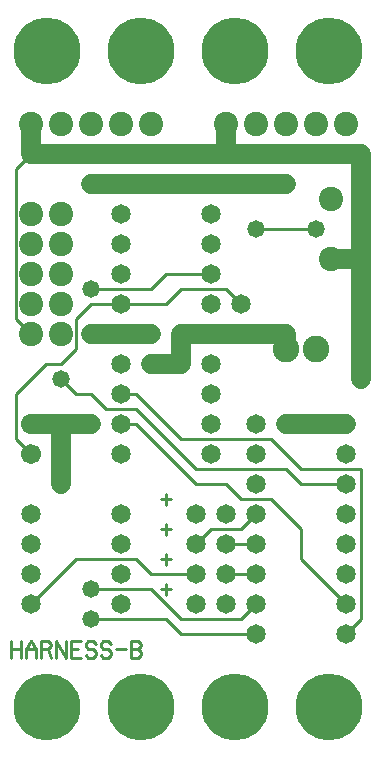
<source format=gtl>
%MOIN*%
%FSLAX25Y25*%
G04 D10 used for Character Trace; *
G04     Circle (OD=.01000) (No hole)*
G04 D11 used for Power Trace; *
G04     Circle (OD=.06700) (No hole)*
G04 D12 used for Signal Trace; *
G04     Circle (OD=.01100) (No hole)*
G04 D13 used for Via; *
G04     Circle (OD=.05800) (Round. Hole ID=.02800)*
G04 D14 used for Component hole; *
G04     Circle (OD=.06500) (Round. Hole ID=.03500)*
G04 D15 used for Component hole; *
G04     Circle (OD=.06700) (Round. Hole ID=.04300)*
G04 D16 used for Component hole; *
G04     Circle (OD=.08100) (Round. Hole ID=.05100)*
G04 D17 used for Component hole; *
G04     Circle (OD=.08900) (Round. Hole ID=.05900)*
G04 D18 used for Component hole; *
G04     Circle (OD=.11300) (Round. Hole ID=.08300)*
G04 D19 used for Component hole; *
G04     Circle (OD=.16000) (Round. Hole ID=.13000)*
G04 D20 used for Component hole; *
G04     Circle (OD=.18300) (Round. Hole ID=.15300)*
G04 D21 used for Component hole; *
G04     Circle (OD=.22291) (Round. Hole ID=.19291)*
%ADD10C,.01000*%
%ADD11C,.06700*%
%ADD12C,.01100*%
%ADD13C,.05800*%
%ADD14C,.06500*%
%ADD15C,.06700*%
%ADD16C,.08100*%
%ADD17C,.08900*%
%ADD18C,.11300*%
%ADD19C,.16000*%
%ADD20C,.18300*%
%ADD21C,.22291*%
%IPPOS*%
%LPD*%
G90*X0Y0D02*D21*X15625Y15625D03*D10*              
X3326Y32129D02*Y37871D01*X6674Y32129D02*Y37871D01*
X3326Y35000D02*X6674D01*X8326Y32129D02*Y35000D01* 
X10000Y37871D01*X11674Y35000D01*Y32129D01*        
X8326Y35000D02*X11674D01*X13326Y32129D02*         
Y37871D01*X15837D01*X16674Y36914D01*Y35957D01*    
X15837Y35000D01*X13326D01*X15837D02*              
X16674Y32129D01*X18326D02*Y37871D01*              
X21674Y32129D01*Y37871D01*X26674Y32129D02*        
X23326D01*Y37871D01*X26674D01*X23326Y35000D02*    
X25837D01*X31674Y36914D02*X30837Y37871D01*        
X29163D01*X28326Y36914D01*Y35957D01*              
X29163Y35000D01*X30837D01*X31674Y34043D01*        
Y33086D01*X30837Y32129D01*X29163D01*              
X28326Y33086D01*X36674Y36914D02*X35837Y37871D01*  
X34163D01*X33326Y36914D01*Y35957D01*              
X34163Y35000D01*X35837D01*X36674Y34043D01*        
Y33086D01*X35837Y32129D01*X34163D01*              
X33326Y33086D01*X38326Y35000D02*X41674D01*        
X43326Y32129D02*Y37871D01*X45837D01*              
X46674Y36914D01*Y35957D01*X45837Y35000D01*        
X46674Y34043D01*Y33086D01*X45837Y32129D01*        
X43326D01*Y35000D02*X45837D01*D13*X30000Y45000D03*
D12*X55000D01*X60000Y40000D01*X85000D01*D14*D03*  
D12*X60000Y45000D02*X80000D01*X60000D02*          
X50000Y55000D01*X30000D01*D13*D03*D14*            
X40000Y50000D03*Y60000D03*D12*X10000Y50000D02*    
X25000Y65000D01*D14*X10000Y50000D03*Y60000D03*D12*
X25000Y65000D02*X45000D01*X50000Y60000D01*        
X65000D01*D14*D03*X75000Y50000D03*Y70000D03*D12*  
X85000D01*D14*D03*D12*X70000Y75000D02*X80000D01*  
X65000Y70000D02*X70000Y75000D01*D14*              
X65000Y70000D03*X75000Y60000D03*D12*X85000D01*D14*
D03*Y50000D03*D12*X80000Y45000D01*D14*            
X65000Y50000D03*D12*X115000D02*X100000Y65000D01*  
D14*X115000Y50000D03*D12*Y40000D02*               
X120000Y45000D01*D14*X115000Y40000D03*D12*        
X120000Y45000D02*Y95000D01*X100000D01*            
X90000Y105000D01*X60000D01*X45000Y120000D01*      
X40000D01*D14*D03*D12*X65000Y95000D02*            
X45000Y115000D01*X65000Y95000D02*X95000D01*       
X100000Y90000D01*X115000D01*D14*D03*Y100000D03*   
Y80000D03*D12*X100000Y65000D02*Y75000D01*         
X90000Y85000D01*X80000D01*X75000Y90000D01*        
X65000D01*X45000Y110000D01*X40000D01*D14*D03*D12* 
X35000Y115000D02*X45000D01*X35000D02*             
X30000Y120000D01*X25000D01*X20000Y125000D01*D13*  
D03*D12*X5000Y120000D02*X15000Y130000D01*         
X5000Y105000D02*Y120000D01*X10000Y100000D02*      
X5000Y105000D01*D15*X10000Y100000D03*D13*         
X20000Y90000D03*D11*Y110000D01*X10000D01*D15*D03* 
D11*X20000D02*X30000D01*D13*D03*D14*              
X40000Y100000D03*D13*X50000Y130000D03*D11*        
X60000D01*Y140000D01*X70000D01*D14*D03*D11*       
X95000D01*Y135000D01*D17*D03*X105000D03*D14*      
X80000Y150000D03*D12*X75000Y155000D01*X60000D01*  
X55000Y150000D01*X40000D01*D14*D03*D12*X30000D01* 
X25000Y145000D01*Y135000D01*X20000Y130000D01*     
X15000D01*D16*X20000Y140000D03*X10000D03*D12*     
X5000Y145000D01*Y195000D01*X10000Y200000D01*D11*  
X50000D01*D13*D03*D11*X75000D01*X120000D01*       
Y165000D01*Y125000D01*D13*D03*D14*                
X115000Y110000D03*D11*X95000D01*D13*D03*D14*      
X85000Y100000D03*Y110000D03*Y90000D03*            
X70000Y130000D03*Y120000D03*Y110000D03*Y100000D03*
X65000Y80000D03*X75000D03*X85000D03*D12*          
X80000Y75000D01*D10*X53326Y85000D02*X56674D01*    
X55000Y86914D02*Y83086D01*X53326Y75000D02*        
X56674D01*X55000Y76914D02*Y73086D01*              
X53326Y65000D02*X56674D01*X55000Y66914D02*        
Y63086D01*X53326Y55000D02*X56674D01*              
X55000Y56914D02*Y53086D01*D14*X115000Y60000D03*   
Y70000D03*X40000Y80000D03*Y70000D03*Y130000D03*   
D21*X46875Y15625D03*X78125D03*X109375D03*D13*     
X50000Y140000D03*D11*X40000D01*D14*D03*D11*       
X30000D01*D13*D03*D16*X20000Y150000D03*D13*       
X30000Y155000D03*D12*X50000D01*X55000Y160000D01*  
X70000D01*D14*D03*Y170000D03*Y150000D03*D13*      
X85000Y175000D03*D12*X105000D01*D13*D03*D16*      
X110000Y185000D03*Y165000D03*D11*X120000D01*D13*  
X95000Y190000D03*D11*X80000D01*D14*D03*D11*       
X30000D01*D13*D03*D14*X40000Y180000D03*D16*       
X20000D03*X50000Y210000D03*X10000D03*D11*         
Y200000D01*D16*X20000Y210000D03*X10000Y180000D03* 
X30000Y210000D03*D14*X40000Y170000D03*D16*        
X10000D03*X40000Y210000D03*X20000Y170000D03*D21*  
X46875Y234375D03*X15625D03*D16*X10000Y160000D03*  
X20000D03*D14*X40000D03*D16*X10000Y150000D03*D14* 
X70000Y180000D03*D11*X75000Y200000D02*Y210000D01* 
D16*D03*X85000D03*X95000D03*D21*X78125Y234375D03* 
D16*X105000Y210000D03*D21*X109375Y234375D03*D16*  
X115000Y210000D03*D14*X10000Y80000D03*Y70000D03*  
M02*                                              

</source>
